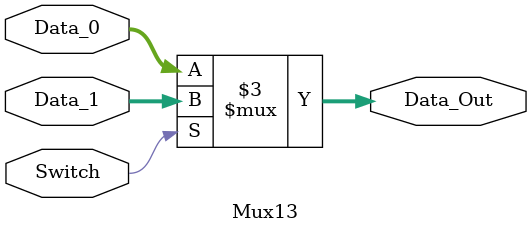
<source format=v>
module Mux13
#(parameter BITS = 13)
(
	input Switch,
	input [BITS-1:0] Data_0,
	input [BITS-1:0] Data_1,
	output reg [BITS-1:0] Data_Out
);

always @ (Switch or Data_0 or Data_1)
begin
	if (Switch)
		Data_Out <= Data_1;
	else
		Data_Out <= Data_0;
end

endmodule
</source>
